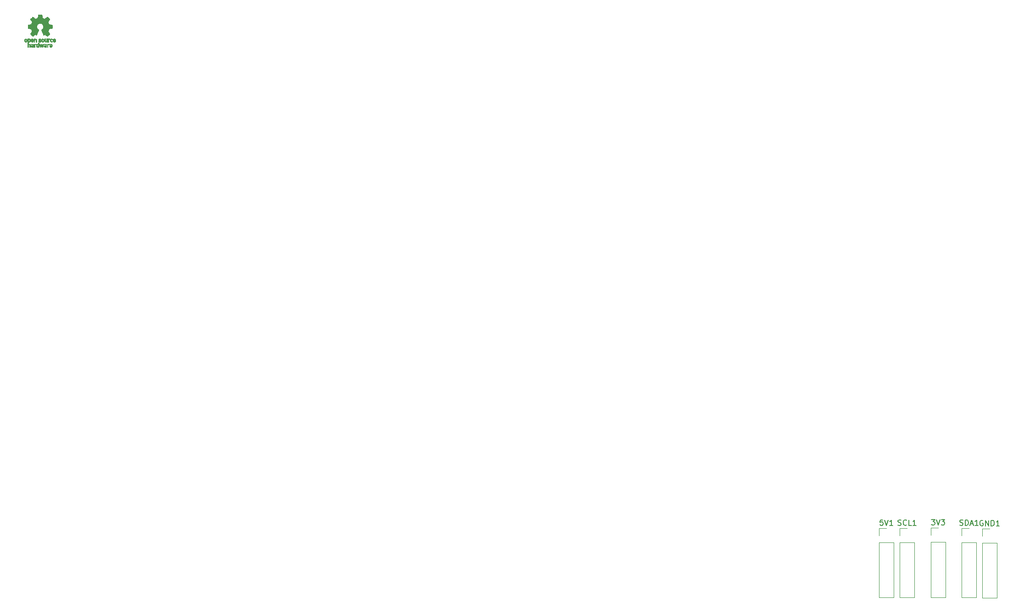
<source format=gbr>
%TF.GenerationSoftware,KiCad,Pcbnew,(5.1.12-1-10_14)*%
%TF.CreationDate,2021-12-01T15:33:27-08:00*%
%TF.ProjectId,i2c_header_x5,6932635f-6865-4616-9465-725f78352e6b,rev?*%
%TF.SameCoordinates,Original*%
%TF.FileFunction,Legend,Top*%
%TF.FilePolarity,Positive*%
%FSLAX46Y46*%
G04 Gerber Fmt 4.6, Leading zero omitted, Abs format (unit mm)*
G04 Created by KiCad (PCBNEW (5.1.12-1-10_14)) date 2021-12-01 15:33:27*
%MOMM*%
%LPD*%
G01*
G04 APERTURE LIST*
%ADD10C,0.010000*%
%ADD11C,0.120000*%
%ADD12C,0.150000*%
G04 APERTURE END LIST*
D10*
%TO.C,REF\u002A\u002A*%
G36*
X376964Y2709982D02*
G01*
X433812Y2408430D01*
X853338Y2235488D01*
X1104984Y2406605D01*
X1175458Y2454250D01*
X1239163Y2496790D01*
X1293126Y2532285D01*
X1334373Y2558790D01*
X1359934Y2574364D01*
X1366895Y2577722D01*
X1379435Y2569086D01*
X1406231Y2545208D01*
X1444280Y2509141D01*
X1490579Y2463933D01*
X1542123Y2412636D01*
X1595909Y2358299D01*
X1648935Y2303972D01*
X1698195Y2252705D01*
X1740687Y2207549D01*
X1773407Y2171554D01*
X1793351Y2147770D01*
X1798119Y2139810D01*
X1791257Y2125135D01*
X1772020Y2092986D01*
X1742430Y2046508D01*
X1704510Y1988844D01*
X1660282Y1923140D01*
X1634654Y1885664D01*
X1587941Y1817232D01*
X1546432Y1755480D01*
X1512140Y1703481D01*
X1487080Y1664308D01*
X1473264Y1641035D01*
X1471188Y1636145D01*
X1475895Y1622245D01*
X1488723Y1589850D01*
X1507738Y1543515D01*
X1531003Y1487794D01*
X1556584Y1427242D01*
X1582545Y1366414D01*
X1606950Y1309864D01*
X1627863Y1262148D01*
X1643349Y1227819D01*
X1651472Y1211432D01*
X1651952Y1210788D01*
X1664707Y1207659D01*
X1698677Y1200679D01*
X1750340Y1190533D01*
X1816176Y1177908D01*
X1892664Y1163491D01*
X1937290Y1155177D01*
X2019021Y1139616D01*
X2092843Y1124808D01*
X2155021Y1111564D01*
X2201822Y1100695D01*
X2229509Y1093011D01*
X2235074Y1090573D01*
X2240526Y1074070D01*
X2244924Y1036800D01*
X2248272Y983120D01*
X2250574Y917388D01*
X2251832Y843963D01*
X2252048Y767204D01*
X2251227Y691468D01*
X2249371Y621114D01*
X2246482Y560500D01*
X2242565Y513984D01*
X2237622Y485925D01*
X2234657Y480084D01*
X2216934Y473083D01*
X2179381Y463073D01*
X2126964Y451231D01*
X2064652Y438733D01*
X2042900Y434690D01*
X1938024Y415480D01*
X1855180Y400009D01*
X1791630Y387663D01*
X1744637Y377827D01*
X1711463Y369886D01*
X1689371Y363224D01*
X1675624Y357227D01*
X1667484Y351281D01*
X1666345Y350106D01*
X1654977Y331174D01*
X1637635Y294331D01*
X1616050Y244087D01*
X1591954Y184954D01*
X1567079Y121444D01*
X1543157Y58068D01*
X1521919Y-662D01*
X1505097Y-50235D01*
X1494422Y-86139D01*
X1491627Y-103862D01*
X1491860Y-104483D01*
X1501331Y-118970D01*
X1522818Y-150844D01*
X1554063Y-196789D01*
X1592807Y-253485D01*
X1636793Y-317617D01*
X1649319Y-335842D01*
X1693984Y-401914D01*
X1733288Y-462200D01*
X1765088Y-513235D01*
X1787245Y-551560D01*
X1797617Y-573711D01*
X1798119Y-576432D01*
X1789405Y-590736D01*
X1765325Y-619072D01*
X1728976Y-658396D01*
X1683453Y-705661D01*
X1631852Y-757823D01*
X1577267Y-811835D01*
X1522794Y-864653D01*
X1471529Y-913231D01*
X1426567Y-954523D01*
X1391004Y-985485D01*
X1367935Y-1003070D01*
X1361554Y-1005941D01*
X1346699Y-999178D01*
X1316286Y-980939D01*
X1275268Y-954297D01*
X1243709Y-932852D01*
X1186525Y-893503D01*
X1118806Y-847171D01*
X1050880Y-800913D01*
X1014361Y-776155D01*
X890752Y-692547D01*
X786991Y-748650D01*
X739720Y-773228D01*
X699523Y-792331D01*
X672326Y-803227D01*
X665402Y-804743D01*
X657077Y-793549D01*
X640654Y-761917D01*
X617357Y-712765D01*
X588414Y-649010D01*
X555050Y-573571D01*
X518491Y-489364D01*
X479964Y-399308D01*
X440694Y-306321D01*
X401908Y-213320D01*
X364830Y-123223D01*
X330689Y-38948D01*
X300708Y36587D01*
X276116Y100466D01*
X258136Y149769D01*
X247997Y181579D01*
X246366Y192504D01*
X259291Y206439D01*
X287589Y229060D01*
X325346Y255667D01*
X328515Y257772D01*
X426100Y335886D01*
X504786Y427018D01*
X563891Y528255D01*
X602732Y636682D01*
X620628Y749386D01*
X616897Y863452D01*
X590857Y975966D01*
X541825Y1084015D01*
X527400Y1107655D01*
X452369Y1203113D01*
X363730Y1279768D01*
X264549Y1337220D01*
X157895Y1375071D01*
X46836Y1392922D01*
X-65561Y1390375D01*
X-176227Y1367030D01*
X-282094Y1322490D01*
X-380095Y1256355D01*
X-410410Y1229513D01*
X-487562Y1145488D01*
X-543782Y1057034D01*
X-582347Y957885D01*
X-603826Y859697D01*
X-609128Y749303D01*
X-591448Y638360D01*
X-552581Y530619D01*
X-494323Y429831D01*
X-418469Y339744D01*
X-326817Y264108D01*
X-314772Y256136D01*
X-276611Y230026D01*
X-247601Y207405D01*
X-233732Y192961D01*
X-233531Y192504D01*
X-236508Y176879D01*
X-248311Y141418D01*
X-267714Y89038D01*
X-293488Y22655D01*
X-324409Y-54814D01*
X-359249Y-140450D01*
X-396783Y-231337D01*
X-435783Y-324559D01*
X-475023Y-417197D01*
X-513276Y-506335D01*
X-549317Y-589055D01*
X-581917Y-662441D01*
X-609852Y-723575D01*
X-631895Y-769541D01*
X-646818Y-797421D01*
X-652828Y-804743D01*
X-671191Y-799041D01*
X-705552Y-783749D01*
X-749984Y-761599D01*
X-774417Y-748650D01*
X-878178Y-692547D01*
X-1001787Y-776155D01*
X-1064886Y-818987D01*
X-1133970Y-866122D01*
X-1198707Y-910503D01*
X-1231134Y-932852D01*
X-1276741Y-963477D01*
X-1315360Y-987747D01*
X-1341952Y-1002587D01*
X-1350590Y-1005724D01*
X-1363161Y-997261D01*
X-1390984Y-973636D01*
X-1431361Y-937302D01*
X-1481595Y-890711D01*
X-1538988Y-836317D01*
X-1575286Y-801392D01*
X-1638790Y-738996D01*
X-1693673Y-683188D01*
X-1737714Y-636354D01*
X-1768695Y-600882D01*
X-1784398Y-579161D01*
X-1785905Y-574752D01*
X-1778914Y-557985D01*
X-1759594Y-524082D01*
X-1730091Y-476476D01*
X-1692545Y-418599D01*
X-1649100Y-353884D01*
X-1636745Y-335842D01*
X-1591727Y-270267D01*
X-1551340Y-211228D01*
X-1517840Y-162042D01*
X-1493486Y-126028D01*
X-1480536Y-106502D01*
X-1479285Y-104483D01*
X-1481156Y-88922D01*
X-1491087Y-54709D01*
X-1507347Y-6355D01*
X-1528205Y51629D01*
X-1551927Y114730D01*
X-1576784Y178437D01*
X-1601042Y238239D01*
X-1622971Y289624D01*
X-1640838Y328081D01*
X-1652913Y349098D01*
X-1653771Y350106D01*
X-1661154Y356112D01*
X-1673625Y362052D01*
X-1693920Y368540D01*
X-1724778Y376191D01*
X-1768934Y385620D01*
X-1829126Y397441D01*
X-1908093Y412271D01*
X-2008570Y430723D01*
X-2030325Y434690D01*
X-2094802Y447147D01*
X-2151011Y459334D01*
X-2193987Y470074D01*
X-2218760Y478191D01*
X-2222082Y480084D01*
X-2227556Y496862D01*
X-2232006Y534355D01*
X-2235428Y588206D01*
X-2237819Y654056D01*
X-2239177Y727547D01*
X-2239499Y804320D01*
X-2238781Y880017D01*
X-2237021Y950280D01*
X-2234216Y1010750D01*
X-2230362Y1057070D01*
X-2225457Y1084881D01*
X-2222500Y1090573D01*
X-2206037Y1096314D01*
X-2168551Y1105655D01*
X-2113775Y1117785D01*
X-2045445Y1131893D01*
X-1967294Y1147170D01*
X-1924716Y1155177D01*
X-1843929Y1170279D01*
X-1771887Y1183960D01*
X-1712111Y1195533D01*
X-1668121Y1204313D01*
X-1643439Y1209613D01*
X-1639377Y1210788D01*
X-1632511Y1224035D01*
X-1617998Y1255943D01*
X-1597771Y1301953D01*
X-1573766Y1357508D01*
X-1547918Y1418047D01*
X-1522160Y1479014D01*
X-1498427Y1535849D01*
X-1478654Y1583994D01*
X-1464776Y1618890D01*
X-1458726Y1635979D01*
X-1458614Y1636726D01*
X-1465472Y1650207D01*
X-1484698Y1681230D01*
X-1514272Y1726711D01*
X-1552173Y1783568D01*
X-1596380Y1848717D01*
X-1622079Y1886138D01*
X-1668907Y1954753D01*
X-1710499Y2017048D01*
X-1744825Y2069871D01*
X-1769857Y2110073D01*
X-1783565Y2134500D01*
X-1785544Y2139976D01*
X-1777034Y2152722D01*
X-1753507Y2179937D01*
X-1717968Y2218572D01*
X-1673423Y2265577D01*
X-1622877Y2317905D01*
X-1569336Y2372505D01*
X-1515805Y2426330D01*
X-1465289Y2476330D01*
X-1420794Y2519457D01*
X-1385325Y2552661D01*
X-1361887Y2572894D01*
X-1354046Y2577722D01*
X-1341280Y2570933D01*
X-1310744Y2551858D01*
X-1265410Y2522439D01*
X-1208244Y2484619D01*
X-1142216Y2440339D01*
X-1092410Y2406605D01*
X-840764Y2235488D01*
X-631001Y2321959D01*
X-421237Y2408430D01*
X-364389Y2709982D01*
X-307540Y3011534D01*
X320115Y3011534D01*
X376964Y2709982D01*
G37*
X376964Y2709982D02*
X433812Y2408430D01*
X853338Y2235488D01*
X1104984Y2406605D01*
X1175458Y2454250D01*
X1239163Y2496790D01*
X1293126Y2532285D01*
X1334373Y2558790D01*
X1359934Y2574364D01*
X1366895Y2577722D01*
X1379435Y2569086D01*
X1406231Y2545208D01*
X1444280Y2509141D01*
X1490579Y2463933D01*
X1542123Y2412636D01*
X1595909Y2358299D01*
X1648935Y2303972D01*
X1698195Y2252705D01*
X1740687Y2207549D01*
X1773407Y2171554D01*
X1793351Y2147770D01*
X1798119Y2139810D01*
X1791257Y2125135D01*
X1772020Y2092986D01*
X1742430Y2046508D01*
X1704510Y1988844D01*
X1660282Y1923140D01*
X1634654Y1885664D01*
X1587941Y1817232D01*
X1546432Y1755480D01*
X1512140Y1703481D01*
X1487080Y1664308D01*
X1473264Y1641035D01*
X1471188Y1636145D01*
X1475895Y1622245D01*
X1488723Y1589850D01*
X1507738Y1543515D01*
X1531003Y1487794D01*
X1556584Y1427242D01*
X1582545Y1366414D01*
X1606950Y1309864D01*
X1627863Y1262148D01*
X1643349Y1227819D01*
X1651472Y1211432D01*
X1651952Y1210788D01*
X1664707Y1207659D01*
X1698677Y1200679D01*
X1750340Y1190533D01*
X1816176Y1177908D01*
X1892664Y1163491D01*
X1937290Y1155177D01*
X2019021Y1139616D01*
X2092843Y1124808D01*
X2155021Y1111564D01*
X2201822Y1100695D01*
X2229509Y1093011D01*
X2235074Y1090573D01*
X2240526Y1074070D01*
X2244924Y1036800D01*
X2248272Y983120D01*
X2250574Y917388D01*
X2251832Y843963D01*
X2252048Y767204D01*
X2251227Y691468D01*
X2249371Y621114D01*
X2246482Y560500D01*
X2242565Y513984D01*
X2237622Y485925D01*
X2234657Y480084D01*
X2216934Y473083D01*
X2179381Y463073D01*
X2126964Y451231D01*
X2064652Y438733D01*
X2042900Y434690D01*
X1938024Y415480D01*
X1855180Y400009D01*
X1791630Y387663D01*
X1744637Y377827D01*
X1711463Y369886D01*
X1689371Y363224D01*
X1675624Y357227D01*
X1667484Y351281D01*
X1666345Y350106D01*
X1654977Y331174D01*
X1637635Y294331D01*
X1616050Y244087D01*
X1591954Y184954D01*
X1567079Y121444D01*
X1543157Y58068D01*
X1521919Y-662D01*
X1505097Y-50235D01*
X1494422Y-86139D01*
X1491627Y-103862D01*
X1491860Y-104483D01*
X1501331Y-118970D01*
X1522818Y-150844D01*
X1554063Y-196789D01*
X1592807Y-253485D01*
X1636793Y-317617D01*
X1649319Y-335842D01*
X1693984Y-401914D01*
X1733288Y-462200D01*
X1765088Y-513235D01*
X1787245Y-551560D01*
X1797617Y-573711D01*
X1798119Y-576432D01*
X1789405Y-590736D01*
X1765325Y-619072D01*
X1728976Y-658396D01*
X1683453Y-705661D01*
X1631852Y-757823D01*
X1577267Y-811835D01*
X1522794Y-864653D01*
X1471529Y-913231D01*
X1426567Y-954523D01*
X1391004Y-985485D01*
X1367935Y-1003070D01*
X1361554Y-1005941D01*
X1346699Y-999178D01*
X1316286Y-980939D01*
X1275268Y-954297D01*
X1243709Y-932852D01*
X1186525Y-893503D01*
X1118806Y-847171D01*
X1050880Y-800913D01*
X1014361Y-776155D01*
X890752Y-692547D01*
X786991Y-748650D01*
X739720Y-773228D01*
X699523Y-792331D01*
X672326Y-803227D01*
X665402Y-804743D01*
X657077Y-793549D01*
X640654Y-761917D01*
X617357Y-712765D01*
X588414Y-649010D01*
X555050Y-573571D01*
X518491Y-489364D01*
X479964Y-399308D01*
X440694Y-306321D01*
X401908Y-213320D01*
X364830Y-123223D01*
X330689Y-38948D01*
X300708Y36587D01*
X276116Y100466D01*
X258136Y149769D01*
X247997Y181579D01*
X246366Y192504D01*
X259291Y206439D01*
X287589Y229060D01*
X325346Y255667D01*
X328515Y257772D01*
X426100Y335886D01*
X504786Y427018D01*
X563891Y528255D01*
X602732Y636682D01*
X620628Y749386D01*
X616897Y863452D01*
X590857Y975966D01*
X541825Y1084015D01*
X527400Y1107655D01*
X452369Y1203113D01*
X363730Y1279768D01*
X264549Y1337220D01*
X157895Y1375071D01*
X46836Y1392922D01*
X-65561Y1390375D01*
X-176227Y1367030D01*
X-282094Y1322490D01*
X-380095Y1256355D01*
X-410410Y1229513D01*
X-487562Y1145488D01*
X-543782Y1057034D01*
X-582347Y957885D01*
X-603826Y859697D01*
X-609128Y749303D01*
X-591448Y638360D01*
X-552581Y530619D01*
X-494323Y429831D01*
X-418469Y339744D01*
X-326817Y264108D01*
X-314772Y256136D01*
X-276611Y230026D01*
X-247601Y207405D01*
X-233732Y192961D01*
X-233531Y192504D01*
X-236508Y176879D01*
X-248311Y141418D01*
X-267714Y89038D01*
X-293488Y22655D01*
X-324409Y-54814D01*
X-359249Y-140450D01*
X-396783Y-231337D01*
X-435783Y-324559D01*
X-475023Y-417197D01*
X-513276Y-506335D01*
X-549317Y-589055D01*
X-581917Y-662441D01*
X-609852Y-723575D01*
X-631895Y-769541D01*
X-646818Y-797421D01*
X-652828Y-804743D01*
X-671191Y-799041D01*
X-705552Y-783749D01*
X-749984Y-761599D01*
X-774417Y-748650D01*
X-878178Y-692547D01*
X-1001787Y-776155D01*
X-1064886Y-818987D01*
X-1133970Y-866122D01*
X-1198707Y-910503D01*
X-1231134Y-932852D01*
X-1276741Y-963477D01*
X-1315360Y-987747D01*
X-1341952Y-1002587D01*
X-1350590Y-1005724D01*
X-1363161Y-997261D01*
X-1390984Y-973636D01*
X-1431361Y-937302D01*
X-1481595Y-890711D01*
X-1538988Y-836317D01*
X-1575286Y-801392D01*
X-1638790Y-738996D01*
X-1693673Y-683188D01*
X-1737714Y-636354D01*
X-1768695Y-600882D01*
X-1784398Y-579161D01*
X-1785905Y-574752D01*
X-1778914Y-557985D01*
X-1759594Y-524082D01*
X-1730091Y-476476D01*
X-1692545Y-418599D01*
X-1649100Y-353884D01*
X-1636745Y-335842D01*
X-1591727Y-270267D01*
X-1551340Y-211228D01*
X-1517840Y-162042D01*
X-1493486Y-126028D01*
X-1480536Y-106502D01*
X-1479285Y-104483D01*
X-1481156Y-88922D01*
X-1491087Y-54709D01*
X-1507347Y-6355D01*
X-1528205Y51629D01*
X-1551927Y114730D01*
X-1576784Y178437D01*
X-1601042Y238239D01*
X-1622971Y289624D01*
X-1640838Y328081D01*
X-1652913Y349098D01*
X-1653771Y350106D01*
X-1661154Y356112D01*
X-1673625Y362052D01*
X-1693920Y368540D01*
X-1724778Y376191D01*
X-1768934Y385620D01*
X-1829126Y397441D01*
X-1908093Y412271D01*
X-2008570Y430723D01*
X-2030325Y434690D01*
X-2094802Y447147D01*
X-2151011Y459334D01*
X-2193987Y470074D01*
X-2218760Y478191D01*
X-2222082Y480084D01*
X-2227556Y496862D01*
X-2232006Y534355D01*
X-2235428Y588206D01*
X-2237819Y654056D01*
X-2239177Y727547D01*
X-2239499Y804320D01*
X-2238781Y880017D01*
X-2237021Y950280D01*
X-2234216Y1010750D01*
X-2230362Y1057070D01*
X-2225457Y1084881D01*
X-2222500Y1090573D01*
X-2206037Y1096314D01*
X-2168551Y1105655D01*
X-2113775Y1117785D01*
X-2045445Y1131893D01*
X-1967294Y1147170D01*
X-1924716Y1155177D01*
X-1843929Y1170279D01*
X-1771887Y1183960D01*
X-1712111Y1195533D01*
X-1668121Y1204313D01*
X-1643439Y1209613D01*
X-1639377Y1210788D01*
X-1632511Y1224035D01*
X-1617998Y1255943D01*
X-1597771Y1301953D01*
X-1573766Y1357508D01*
X-1547918Y1418047D01*
X-1522160Y1479014D01*
X-1498427Y1535849D01*
X-1478654Y1583994D01*
X-1464776Y1618890D01*
X-1458726Y1635979D01*
X-1458614Y1636726D01*
X-1465472Y1650207D01*
X-1484698Y1681230D01*
X-1514272Y1726711D01*
X-1552173Y1783568D01*
X-1596380Y1848717D01*
X-1622079Y1886138D01*
X-1668907Y1954753D01*
X-1710499Y2017048D01*
X-1744825Y2069871D01*
X-1769857Y2110073D01*
X-1783565Y2134500D01*
X-1785544Y2139976D01*
X-1777034Y2152722D01*
X-1753507Y2179937D01*
X-1717968Y2218572D01*
X-1673423Y2265577D01*
X-1622877Y2317905D01*
X-1569336Y2372505D01*
X-1515805Y2426330D01*
X-1465289Y2476330D01*
X-1420794Y2519457D01*
X-1385325Y2552661D01*
X-1361887Y2572894D01*
X-1354046Y2577722D01*
X-1341280Y2570933D01*
X-1310744Y2551858D01*
X-1265410Y2522439D01*
X-1208244Y2484619D01*
X-1142216Y2440339D01*
X-1092410Y2406605D01*
X-840764Y2235488D01*
X-631001Y2321959D01*
X-421237Y2408430D01*
X-364389Y2709982D01*
X-307540Y3011534D01*
X320115Y3011534D01*
X376964Y2709982D01*
G36*
X1799460Y-1458030D02*
G01*
X1842711Y-1471245D01*
X1870558Y-1487941D01*
X1879629Y-1501145D01*
X1877132Y-1516797D01*
X1860931Y-1541385D01*
X1847232Y-1558800D01*
X1818992Y-1590283D01*
X1797775Y-1603529D01*
X1779688Y-1602664D01*
X1726035Y-1589010D01*
X1686630Y-1589630D01*
X1654632Y-1605104D01*
X1643890Y-1614161D01*
X1609505Y-1646027D01*
X1609505Y-2062179D01*
X1471188Y-2062179D01*
X1471188Y-1458614D01*
X1540347Y-1458614D01*
X1581869Y-1460256D01*
X1603291Y-1466087D01*
X1609502Y-1477461D01*
X1609505Y-1477798D01*
X1612439Y-1489713D01*
X1625704Y-1488159D01*
X1644084Y-1479563D01*
X1682046Y-1463568D01*
X1712872Y-1453945D01*
X1752536Y-1451478D01*
X1799460Y-1458030D01*
G37*
X1799460Y-1458030D02*
X1842711Y-1471245D01*
X1870558Y-1487941D01*
X1879629Y-1501145D01*
X1877132Y-1516797D01*
X1860931Y-1541385D01*
X1847232Y-1558800D01*
X1818992Y-1590283D01*
X1797775Y-1603529D01*
X1779688Y-1602664D01*
X1726035Y-1589010D01*
X1686630Y-1589630D01*
X1654632Y-1605104D01*
X1643890Y-1614161D01*
X1609505Y-1646027D01*
X1609505Y-2062179D01*
X1471188Y-2062179D01*
X1471188Y-1458614D01*
X1540347Y-1458614D01*
X1581869Y-1460256D01*
X1603291Y-1466087D01*
X1609502Y-1477461D01*
X1609505Y-1477798D01*
X1612439Y-1489713D01*
X1625704Y-1488159D01*
X1644084Y-1479563D01*
X1682046Y-1463568D01*
X1712872Y-1453945D01*
X1752536Y-1451478D01*
X1799460Y-1458030D01*
G36*
X-754012Y-1469002D02*
G01*
X-722717Y-1483950D01*
X-692409Y-1505541D01*
X-669318Y-1530391D01*
X-652500Y-1562087D01*
X-641006Y-1604214D01*
X-633891Y-1660358D01*
X-630207Y-1734106D01*
X-629008Y-1829044D01*
X-628989Y-1838985D01*
X-628713Y-2062179D01*
X-767030Y-2062179D01*
X-767030Y-1856418D01*
X-767128Y-1780189D01*
X-767809Y-1724939D01*
X-769651Y-1686501D01*
X-773233Y-1660706D01*
X-779132Y-1643384D01*
X-787927Y-1630368D01*
X-800180Y-1617507D01*
X-843047Y-1589873D01*
X-889843Y-1584745D01*
X-934424Y-1602217D01*
X-949928Y-1615221D01*
X-961310Y-1627447D01*
X-969481Y-1640540D01*
X-974974Y-1658615D01*
X-978320Y-1685787D01*
X-980051Y-1726170D01*
X-980697Y-1783879D01*
X-980792Y-1854132D01*
X-980792Y-2062179D01*
X-1119109Y-2062179D01*
X-1119109Y-1458614D01*
X-1049950Y-1458614D01*
X-1008428Y-1460256D01*
X-987006Y-1466087D01*
X-980795Y-1477461D01*
X-980792Y-1477798D01*
X-977910Y-1488938D01*
X-965199Y-1487674D01*
X-939926Y-1475434D01*
X-882605Y-1457424D01*
X-817037Y-1455421D01*
X-754012Y-1469002D01*
G37*
X-754012Y-1469002D02*
X-722717Y-1483950D01*
X-692409Y-1505541D01*
X-669318Y-1530391D01*
X-652500Y-1562087D01*
X-641006Y-1604214D01*
X-633891Y-1660358D01*
X-630207Y-1734106D01*
X-629008Y-1829044D01*
X-628989Y-1838985D01*
X-628713Y-2062179D01*
X-767030Y-2062179D01*
X-767030Y-1856418D01*
X-767128Y-1780189D01*
X-767809Y-1724939D01*
X-769651Y-1686501D01*
X-773233Y-1660706D01*
X-779132Y-1643384D01*
X-787927Y-1630368D01*
X-800180Y-1617507D01*
X-843047Y-1589873D01*
X-889843Y-1584745D01*
X-934424Y-1602217D01*
X-949928Y-1615221D01*
X-961310Y-1627447D01*
X-969481Y-1640540D01*
X-974974Y-1658615D01*
X-978320Y-1685787D01*
X-980051Y-1726170D01*
X-980697Y-1783879D01*
X-980792Y-1854132D01*
X-980792Y-2062179D01*
X-1119109Y-2062179D01*
X-1119109Y-1458614D01*
X-1049950Y-1458614D01*
X-1008428Y-1460256D01*
X-987006Y-1466087D01*
X-980795Y-1477461D01*
X-980792Y-1477798D01*
X-977910Y-1488938D01*
X-965199Y-1487674D01*
X-939926Y-1475434D01*
X-882605Y-1457424D01*
X-817037Y-1455421D01*
X-754012Y-1469002D01*
G36*
X2677898Y-1456457D02*
G01*
X2710096Y-1464279D01*
X2771825Y-1492921D01*
X2824610Y-1536667D01*
X2861141Y-1589117D01*
X2866160Y-1600893D01*
X2873045Y-1631740D01*
X2877864Y-1677371D01*
X2879505Y-1723492D01*
X2879505Y-1810693D01*
X2697178Y-1810693D01*
X2621979Y-1810978D01*
X2569003Y-1812704D01*
X2535325Y-1817181D01*
X2518020Y-1825720D01*
X2514163Y-1839630D01*
X2520829Y-1860222D01*
X2532770Y-1884315D01*
X2566080Y-1924525D01*
X2612368Y-1944558D01*
X2668944Y-1943905D01*
X2733031Y-1922101D01*
X2788417Y-1895193D01*
X2834375Y-1931532D01*
X2880333Y-1967872D01*
X2837096Y-2007819D01*
X2779374Y-2045563D01*
X2708386Y-2068320D01*
X2632029Y-2074688D01*
X2558199Y-2063268D01*
X2546287Y-2059393D01*
X2481399Y-2025506D01*
X2433130Y-1974986D01*
X2400465Y-1906325D01*
X2382385Y-1818014D01*
X2382175Y-1816121D01*
X2380556Y-1719878D01*
X2387100Y-1685542D01*
X2514852Y-1685542D01*
X2526584Y-1690822D01*
X2558438Y-1694867D01*
X2605397Y-1697176D01*
X2635154Y-1697525D01*
X2690648Y-1697306D01*
X2725346Y-1695916D01*
X2743601Y-1692251D01*
X2749766Y-1685210D01*
X2748195Y-1673690D01*
X2746878Y-1669233D01*
X2724382Y-1627355D01*
X2689003Y-1593604D01*
X2657780Y-1578773D01*
X2616301Y-1579668D01*
X2574269Y-1598164D01*
X2539012Y-1628786D01*
X2517854Y-1666062D01*
X2514852Y-1685542D01*
X2387100Y-1685542D01*
X2396690Y-1635229D01*
X2428698Y-1564191D01*
X2474701Y-1508779D01*
X2532821Y-1471009D01*
X2601180Y-1452896D01*
X2677898Y-1456457D01*
G37*
X2677898Y-1456457D02*
X2710096Y-1464279D01*
X2771825Y-1492921D01*
X2824610Y-1536667D01*
X2861141Y-1589117D01*
X2866160Y-1600893D01*
X2873045Y-1631740D01*
X2877864Y-1677371D01*
X2879505Y-1723492D01*
X2879505Y-1810693D01*
X2697178Y-1810693D01*
X2621979Y-1810978D01*
X2569003Y-1812704D01*
X2535325Y-1817181D01*
X2518020Y-1825720D01*
X2514163Y-1839630D01*
X2520829Y-1860222D01*
X2532770Y-1884315D01*
X2566080Y-1924525D01*
X2612368Y-1944558D01*
X2668944Y-1943905D01*
X2733031Y-1922101D01*
X2788417Y-1895193D01*
X2834375Y-1931532D01*
X2880333Y-1967872D01*
X2837096Y-2007819D01*
X2779374Y-2045563D01*
X2708386Y-2068320D01*
X2632029Y-2074688D01*
X2558199Y-2063268D01*
X2546287Y-2059393D01*
X2481399Y-2025506D01*
X2433130Y-1974986D01*
X2400465Y-1906325D01*
X2382385Y-1818014D01*
X2382175Y-1816121D01*
X2380556Y-1719878D01*
X2387100Y-1685542D01*
X2514852Y-1685542D01*
X2526584Y-1690822D01*
X2558438Y-1694867D01*
X2605397Y-1697176D01*
X2635154Y-1697525D01*
X2690648Y-1697306D01*
X2725346Y-1695916D01*
X2743601Y-1692251D01*
X2749766Y-1685210D01*
X2748195Y-1673690D01*
X2746878Y-1669233D01*
X2724382Y-1627355D01*
X2689003Y-1593604D01*
X2657780Y-1578773D01*
X2616301Y-1579668D01*
X2574269Y-1598164D01*
X2539012Y-1628786D01*
X2517854Y-1666062D01*
X2514852Y-1685542D01*
X2387100Y-1685542D01*
X2396690Y-1635229D01*
X2428698Y-1564191D01*
X2474701Y-1508779D01*
X2532821Y-1471009D01*
X2601180Y-1452896D01*
X2677898Y-1456457D01*
G36*
X2217226Y-1463880D02*
G01*
X2290080Y-1494830D01*
X2313027Y-1509895D01*
X2342354Y-1533048D01*
X2360764Y-1551253D01*
X2363961Y-1557183D01*
X2354935Y-1570340D01*
X2331837Y-1592667D01*
X2313344Y-1608250D01*
X2262728Y-1648926D01*
X2222760Y-1615295D01*
X2191874Y-1593584D01*
X2161759Y-1586090D01*
X2127292Y-1587920D01*
X2072561Y-1601528D01*
X2034886Y-1629772D01*
X2011991Y-1675433D01*
X2001597Y-1741289D01*
X2001595Y-1741331D01*
X2002494Y-1814939D01*
X2016463Y-1868946D01*
X2044328Y-1905716D01*
X2063325Y-1918168D01*
X2113776Y-1933673D01*
X2167663Y-1933683D01*
X2214546Y-1918638D01*
X2225644Y-1911287D01*
X2253476Y-1892511D01*
X2275236Y-1889434D01*
X2298704Y-1903409D01*
X2324649Y-1928510D01*
X2365716Y-1970880D01*
X2320121Y-2008464D01*
X2249674Y-2050882D01*
X2170233Y-2071785D01*
X2087215Y-2070272D01*
X2032694Y-2056411D01*
X1968970Y-2022135D01*
X1918005Y-1968212D01*
X1894851Y-1930149D01*
X1876099Y-1875536D01*
X1866715Y-1806369D01*
X1866643Y-1731407D01*
X1875824Y-1659409D01*
X1894199Y-1599137D01*
X1897093Y-1592958D01*
X1939952Y-1532351D01*
X1997979Y-1488224D01*
X2066591Y-1461493D01*
X2141201Y-1453073D01*
X2217226Y-1463880D01*
G37*
X2217226Y-1463880D02*
X2290080Y-1494830D01*
X2313027Y-1509895D01*
X2342354Y-1533048D01*
X2360764Y-1551253D01*
X2363961Y-1557183D01*
X2354935Y-1570340D01*
X2331837Y-1592667D01*
X2313344Y-1608250D01*
X2262728Y-1648926D01*
X2222760Y-1615295D01*
X2191874Y-1593584D01*
X2161759Y-1586090D01*
X2127292Y-1587920D01*
X2072561Y-1601528D01*
X2034886Y-1629772D01*
X2011991Y-1675433D01*
X2001597Y-1741289D01*
X2001595Y-1741331D01*
X2002494Y-1814939D01*
X2016463Y-1868946D01*
X2044328Y-1905716D01*
X2063325Y-1918168D01*
X2113776Y-1933673D01*
X2167663Y-1933683D01*
X2214546Y-1918638D01*
X2225644Y-1911287D01*
X2253476Y-1892511D01*
X2275236Y-1889434D01*
X2298704Y-1903409D01*
X2324649Y-1928510D01*
X2365716Y-1970880D01*
X2320121Y-2008464D01*
X2249674Y-2050882D01*
X2170233Y-2071785D01*
X2087215Y-2070272D01*
X2032694Y-2056411D01*
X1968970Y-2022135D01*
X1918005Y-1968212D01*
X1894851Y-1930149D01*
X1876099Y-1875536D01*
X1866715Y-1806369D01*
X1866643Y-1731407D01*
X1875824Y-1659409D01*
X1894199Y-1599137D01*
X1897093Y-1592958D01*
X1939952Y-1532351D01*
X1997979Y-1488224D01*
X2066591Y-1461493D01*
X2141201Y-1453073D01*
X2217226Y-1463880D01*
G36*
X993367Y-1654342D02*
G01*
X994555Y-1746563D01*
X998897Y-1816610D01*
X1007558Y-1867381D01*
X1021704Y-1901772D01*
X1042500Y-1922679D01*
X1071110Y-1933000D01*
X1106535Y-1935636D01*
X1143636Y-1932682D01*
X1171818Y-1921889D01*
X1192243Y-1900360D01*
X1206079Y-1865199D01*
X1214491Y-1813510D01*
X1218643Y-1742394D01*
X1219703Y-1654342D01*
X1219703Y-1458614D01*
X1358020Y-1458614D01*
X1358020Y-2062179D01*
X1288862Y-2062179D01*
X1247170Y-2060489D01*
X1225701Y-2054556D01*
X1219703Y-2043293D01*
X1216091Y-2033261D01*
X1201714Y-2035383D01*
X1172736Y-2049580D01*
X1106319Y-2071480D01*
X1035875Y-2069928D01*
X968377Y-2046147D01*
X936233Y-2027362D01*
X911715Y-2007022D01*
X893804Y-1981573D01*
X881479Y-1947458D01*
X873723Y-1901121D01*
X869516Y-1839007D01*
X867840Y-1757561D01*
X867624Y-1694578D01*
X867624Y-1458614D01*
X993367Y-1458614D01*
X993367Y-1654342D01*
G37*
X993367Y-1654342D02*
X994555Y-1746563D01*
X998897Y-1816610D01*
X1007558Y-1867381D01*
X1021704Y-1901772D01*
X1042500Y-1922679D01*
X1071110Y-1933000D01*
X1106535Y-1935636D01*
X1143636Y-1932682D01*
X1171818Y-1921889D01*
X1192243Y-1900360D01*
X1206079Y-1865199D01*
X1214491Y-1813510D01*
X1218643Y-1742394D01*
X1219703Y-1654342D01*
X1219703Y-1458614D01*
X1358020Y-1458614D01*
X1358020Y-2062179D01*
X1288862Y-2062179D01*
X1247170Y-2060489D01*
X1225701Y-2054556D01*
X1219703Y-2043293D01*
X1216091Y-2033261D01*
X1201714Y-2035383D01*
X1172736Y-2049580D01*
X1106319Y-2071480D01*
X1035875Y-2069928D01*
X968377Y-2046147D01*
X936233Y-2027362D01*
X911715Y-2007022D01*
X893804Y-1981573D01*
X881479Y-1947458D01*
X873723Y-1901121D01*
X869516Y-1839007D01*
X867840Y-1757561D01*
X867624Y-1694578D01*
X867624Y-1458614D01*
X993367Y-1458614D01*
X993367Y-1654342D01*
G36*
X610762Y-1466055D02*
G01*
X674363Y-1500692D01*
X724123Y-1555372D01*
X747568Y-1599842D01*
X757634Y-1639121D01*
X764156Y-1695116D01*
X766951Y-1759621D01*
X765836Y-1824429D01*
X760626Y-1881334D01*
X754541Y-1911727D01*
X734014Y-1953306D01*
X698463Y-1997468D01*
X655619Y-2036087D01*
X613211Y-2061034D01*
X612177Y-2061430D01*
X559553Y-2072331D01*
X497188Y-2072601D01*
X437924Y-2062676D01*
X415040Y-2054722D01*
X356102Y-2021300D01*
X313890Y-1977511D01*
X286156Y-1919538D01*
X270651Y-1843565D01*
X267143Y-1803771D01*
X267590Y-1753766D01*
X402376Y-1753766D01*
X406917Y-1826732D01*
X419986Y-1882334D01*
X440756Y-1917861D01*
X455552Y-1928020D01*
X493464Y-1935104D01*
X538527Y-1933007D01*
X577487Y-1922812D01*
X587704Y-1917204D01*
X614659Y-1884538D01*
X632451Y-1834545D01*
X640024Y-1773705D01*
X636325Y-1708497D01*
X628057Y-1669253D01*
X604320Y-1623805D01*
X566849Y-1595396D01*
X521720Y-1585573D01*
X475011Y-1595887D01*
X439132Y-1621112D01*
X420277Y-1641925D01*
X409272Y-1662439D01*
X404026Y-1690203D01*
X402449Y-1732762D01*
X402376Y-1753766D01*
X267590Y-1753766D01*
X268094Y-1697580D01*
X285388Y-1610501D01*
X319029Y-1542530D01*
X369018Y-1493664D01*
X435356Y-1463899D01*
X449601Y-1460448D01*
X535210Y-1452345D01*
X610762Y-1466055D01*
G37*
X610762Y-1466055D02*
X674363Y-1500692D01*
X724123Y-1555372D01*
X747568Y-1599842D01*
X757634Y-1639121D01*
X764156Y-1695116D01*
X766951Y-1759621D01*
X765836Y-1824429D01*
X760626Y-1881334D01*
X754541Y-1911727D01*
X734014Y-1953306D01*
X698463Y-1997468D01*
X655619Y-2036087D01*
X613211Y-2061034D01*
X612177Y-2061430D01*
X559553Y-2072331D01*
X497188Y-2072601D01*
X437924Y-2062676D01*
X415040Y-2054722D01*
X356102Y-2021300D01*
X313890Y-1977511D01*
X286156Y-1919538D01*
X270651Y-1843565D01*
X267143Y-1803771D01*
X267590Y-1753766D01*
X402376Y-1753766D01*
X406917Y-1826732D01*
X419986Y-1882334D01*
X440756Y-1917861D01*
X455552Y-1928020D01*
X493464Y-1935104D01*
X538527Y-1933007D01*
X577487Y-1922812D01*
X587704Y-1917204D01*
X614659Y-1884538D01*
X632451Y-1834545D01*
X640024Y-1773705D01*
X636325Y-1708497D01*
X628057Y-1669253D01*
X604320Y-1623805D01*
X566849Y-1595396D01*
X521720Y-1585573D01*
X475011Y-1595887D01*
X439132Y-1621112D01*
X420277Y-1641925D01*
X409272Y-1662439D01*
X404026Y-1690203D01*
X402449Y-1732762D01*
X402376Y-1753766D01*
X267590Y-1753766D01*
X268094Y-1697580D01*
X285388Y-1610501D01*
X319029Y-1542530D01*
X369018Y-1493664D01*
X435356Y-1463899D01*
X449601Y-1460448D01*
X535210Y-1452345D01*
X610762Y-1466055D01*
G36*
X14017Y-1456452D02*
G01*
X61634Y-1465482D01*
X111034Y-1484370D01*
X116312Y-1486777D01*
X153774Y-1506476D01*
X179717Y-1524781D01*
X188103Y-1536508D01*
X180117Y-1555632D01*
X160720Y-1583850D01*
X152110Y-1594384D01*
X116628Y-1635847D01*
X70885Y-1608858D01*
X27350Y-1590878D01*
X-22950Y-1581267D01*
X-71188Y-1580660D01*
X-108533Y-1589691D01*
X-117495Y-1595327D01*
X-134563Y-1621171D01*
X-136637Y-1650941D01*
X-123866Y-1674197D01*
X-116312Y-1678708D01*
X-93675Y-1684309D01*
X-53885Y-1690892D01*
X-4834Y-1697183D01*
X4215Y-1698170D01*
X82996Y-1711798D01*
X140136Y-1734946D01*
X178030Y-1769752D01*
X199079Y-1818354D01*
X205635Y-1877718D01*
X196577Y-1945198D01*
X167164Y-1998188D01*
X117278Y-2036783D01*
X46800Y-2061081D01*
X-31435Y-2070667D01*
X-95234Y-2070552D01*
X-146984Y-2061845D01*
X-182327Y-2049825D01*
X-226983Y-2028880D01*
X-268253Y-2004574D01*
X-282921Y-1993876D01*
X-320643Y-1963084D01*
X-275148Y-1917049D01*
X-229653Y-1871013D01*
X-177928Y-1905243D01*
X-126048Y-1930952D01*
X-70649Y-1944399D01*
X-17395Y-1945818D01*
X28049Y-1935443D01*
X60016Y-1913507D01*
X70338Y-1894998D01*
X68789Y-1865314D01*
X43140Y-1842615D01*
X-6540Y-1826940D01*
X-60969Y-1819695D01*
X-144736Y-1805873D01*
X-206967Y-1779796D01*
X-248493Y-1740699D01*
X-270147Y-1687820D01*
X-273147Y-1625126D01*
X-258329Y-1559642D01*
X-224546Y-1510144D01*
X-171495Y-1476408D01*
X-98874Y-1458207D01*
X-45072Y-1454639D01*
X14017Y-1456452D01*
G37*
X14017Y-1456452D02*
X61634Y-1465482D01*
X111034Y-1484370D01*
X116312Y-1486777D01*
X153774Y-1506476D01*
X179717Y-1524781D01*
X188103Y-1536508D01*
X180117Y-1555632D01*
X160720Y-1583850D01*
X152110Y-1594384D01*
X116628Y-1635847D01*
X70885Y-1608858D01*
X27350Y-1590878D01*
X-22950Y-1581267D01*
X-71188Y-1580660D01*
X-108533Y-1589691D01*
X-117495Y-1595327D01*
X-134563Y-1621171D01*
X-136637Y-1650941D01*
X-123866Y-1674197D01*
X-116312Y-1678708D01*
X-93675Y-1684309D01*
X-53885Y-1690892D01*
X-4834Y-1697183D01*
X4215Y-1698170D01*
X82996Y-1711798D01*
X140136Y-1734946D01*
X178030Y-1769752D01*
X199079Y-1818354D01*
X205635Y-1877718D01*
X196577Y-1945198D01*
X167164Y-1998188D01*
X117278Y-2036783D01*
X46800Y-2061081D01*
X-31435Y-2070667D01*
X-95234Y-2070552D01*
X-146984Y-2061845D01*
X-182327Y-2049825D01*
X-226983Y-2028880D01*
X-268253Y-2004574D01*
X-282921Y-1993876D01*
X-320643Y-1963084D01*
X-275148Y-1917049D01*
X-229653Y-1871013D01*
X-177928Y-1905243D01*
X-126048Y-1930952D01*
X-70649Y-1944399D01*
X-17395Y-1945818D01*
X28049Y-1935443D01*
X60016Y-1913507D01*
X70338Y-1894998D01*
X68789Y-1865314D01*
X43140Y-1842615D01*
X-6540Y-1826940D01*
X-60969Y-1819695D01*
X-144736Y-1805873D01*
X-206967Y-1779796D01*
X-248493Y-1740699D01*
X-270147Y-1687820D01*
X-273147Y-1625126D01*
X-258329Y-1559642D01*
X-224546Y-1510144D01*
X-171495Y-1476408D01*
X-98874Y-1458207D01*
X-45072Y-1454639D01*
X14017Y-1456452D01*
G36*
X-1356699Y-1472614D02*
G01*
X-1344168Y-1478514D01*
X-1300799Y-1510283D01*
X-1259790Y-1556646D01*
X-1229168Y-1607696D01*
X-1220459Y-1631166D01*
X-1212512Y-1673091D01*
X-1207774Y-1723757D01*
X-1207199Y-1744679D01*
X-1207129Y-1810693D01*
X-1587083Y-1810693D01*
X-1578983Y-1845273D01*
X-1559104Y-1886170D01*
X-1524347Y-1921514D01*
X-1482998Y-1944282D01*
X-1456649Y-1949010D01*
X-1420916Y-1943273D01*
X-1378282Y-1928882D01*
X-1363799Y-1922262D01*
X-1310240Y-1895513D01*
X-1264533Y-1930376D01*
X-1238158Y-1953955D01*
X-1224124Y-1973417D01*
X-1223414Y-1979129D01*
X-1235951Y-1992973D01*
X-1263428Y-2014012D01*
X-1288366Y-2030425D01*
X-1355664Y-2059930D01*
X-1431110Y-2073284D01*
X-1505888Y-2069812D01*
X-1565495Y-2051663D01*
X-1626941Y-2012784D01*
X-1670608Y-1961595D01*
X-1697926Y-1895367D01*
X-1710322Y-1811371D01*
X-1711421Y-1772936D01*
X-1707022Y-1684861D01*
X-1706482Y-1682299D01*
X-1580582Y-1682299D01*
X-1577115Y-1690558D01*
X-1562863Y-1695113D01*
X-1533470Y-1697065D01*
X-1484575Y-1697517D01*
X-1465748Y-1697525D01*
X-1408467Y-1696843D01*
X-1372141Y-1694364D01*
X-1352604Y-1689443D01*
X-1345690Y-1681434D01*
X-1345445Y-1678862D01*
X-1353336Y-1658423D01*
X-1373085Y-1629789D01*
X-1381575Y-1619763D01*
X-1413094Y-1591408D01*
X-1445949Y-1580259D01*
X-1463651Y-1579327D01*
X-1511539Y-1590981D01*
X-1551699Y-1622285D01*
X-1577173Y-1667752D01*
X-1577625Y-1669233D01*
X-1580582Y-1682299D01*
X-1706482Y-1682299D01*
X-1692392Y-1615510D01*
X-1666038Y-1560025D01*
X-1633807Y-1520639D01*
X-1574217Y-1477931D01*
X-1504168Y-1455109D01*
X-1429661Y-1453046D01*
X-1356699Y-1472614D01*
G37*
X-1356699Y-1472614D02*
X-1344168Y-1478514D01*
X-1300799Y-1510283D01*
X-1259790Y-1556646D01*
X-1229168Y-1607696D01*
X-1220459Y-1631166D01*
X-1212512Y-1673091D01*
X-1207774Y-1723757D01*
X-1207199Y-1744679D01*
X-1207129Y-1810693D01*
X-1587083Y-1810693D01*
X-1578983Y-1845273D01*
X-1559104Y-1886170D01*
X-1524347Y-1921514D01*
X-1482998Y-1944282D01*
X-1456649Y-1949010D01*
X-1420916Y-1943273D01*
X-1378282Y-1928882D01*
X-1363799Y-1922262D01*
X-1310240Y-1895513D01*
X-1264533Y-1930376D01*
X-1238158Y-1953955D01*
X-1224124Y-1973417D01*
X-1223414Y-1979129D01*
X-1235951Y-1992973D01*
X-1263428Y-2014012D01*
X-1288366Y-2030425D01*
X-1355664Y-2059930D01*
X-1431110Y-2073284D01*
X-1505888Y-2069812D01*
X-1565495Y-2051663D01*
X-1626941Y-2012784D01*
X-1670608Y-1961595D01*
X-1697926Y-1895367D01*
X-1710322Y-1811371D01*
X-1711421Y-1772936D01*
X-1707022Y-1684861D01*
X-1706482Y-1682299D01*
X-1580582Y-1682299D01*
X-1577115Y-1690558D01*
X-1562863Y-1695113D01*
X-1533470Y-1697065D01*
X-1484575Y-1697517D01*
X-1465748Y-1697525D01*
X-1408467Y-1696843D01*
X-1372141Y-1694364D01*
X-1352604Y-1689443D01*
X-1345690Y-1681434D01*
X-1345445Y-1678862D01*
X-1353336Y-1658423D01*
X-1373085Y-1629789D01*
X-1381575Y-1619763D01*
X-1413094Y-1591408D01*
X-1445949Y-1580259D01*
X-1463651Y-1579327D01*
X-1511539Y-1590981D01*
X-1551699Y-1622285D01*
X-1577173Y-1667752D01*
X-1577625Y-1669233D01*
X-1580582Y-1682299D01*
X-1706482Y-1682299D01*
X-1692392Y-1615510D01*
X-1666038Y-1560025D01*
X-1633807Y-1520639D01*
X-1574217Y-1477931D01*
X-1504168Y-1455109D01*
X-1429661Y-1453046D01*
X-1356699Y-1472614D01*
G36*
X-2538261Y-1465148D02*
G01*
X-2472479Y-1494231D01*
X-2422540Y-1542793D01*
X-2388374Y-1610908D01*
X-2369907Y-1698651D01*
X-2368583Y-1712351D01*
X-2367546Y-1808939D01*
X-2380993Y-1893602D01*
X-2408108Y-1962221D01*
X-2422627Y-1984294D01*
X-2473201Y-2031011D01*
X-2537609Y-2061268D01*
X-2609666Y-2073824D01*
X-2683185Y-2067439D01*
X-2739072Y-2047772D01*
X-2787132Y-2014629D01*
X-2826412Y-1971175D01*
X-2827092Y-1970158D01*
X-2843044Y-1943338D01*
X-2853410Y-1916368D01*
X-2859688Y-1882332D01*
X-2863373Y-1834310D01*
X-2864997Y-1794931D01*
X-2865672Y-1759219D01*
X-2739955Y-1759219D01*
X-2738726Y-1794770D01*
X-2734266Y-1842094D01*
X-2726397Y-1872465D01*
X-2712207Y-1894072D01*
X-2698917Y-1906694D01*
X-2651802Y-1933122D01*
X-2602505Y-1936653D01*
X-2556593Y-1917639D01*
X-2533638Y-1896331D01*
X-2517096Y-1874859D01*
X-2507421Y-1854313D01*
X-2503174Y-1827574D01*
X-2502920Y-1787523D01*
X-2504228Y-1750638D01*
X-2507043Y-1697947D01*
X-2511505Y-1663772D01*
X-2519548Y-1641480D01*
X-2533103Y-1624442D01*
X-2543845Y-1614703D01*
X-2588777Y-1589123D01*
X-2637249Y-1587847D01*
X-2677894Y-1602999D01*
X-2712567Y-1634642D01*
X-2733224Y-1686620D01*
X-2739955Y-1759219D01*
X-2865672Y-1759219D01*
X-2866479Y-1716621D01*
X-2863948Y-1658056D01*
X-2856362Y-1614007D01*
X-2842681Y-1579248D01*
X-2821865Y-1548551D01*
X-2814147Y-1539436D01*
X-2765889Y-1494021D01*
X-2714128Y-1467493D01*
X-2650828Y-1456379D01*
X-2619961Y-1455471D01*
X-2538261Y-1465148D01*
G37*
X-2538261Y-1465148D02*
X-2472479Y-1494231D01*
X-2422540Y-1542793D01*
X-2388374Y-1610908D01*
X-2369907Y-1698651D01*
X-2368583Y-1712351D01*
X-2367546Y-1808939D01*
X-2380993Y-1893602D01*
X-2408108Y-1962221D01*
X-2422627Y-1984294D01*
X-2473201Y-2031011D01*
X-2537609Y-2061268D01*
X-2609666Y-2073824D01*
X-2683185Y-2067439D01*
X-2739072Y-2047772D01*
X-2787132Y-2014629D01*
X-2826412Y-1971175D01*
X-2827092Y-1970158D01*
X-2843044Y-1943338D01*
X-2853410Y-1916368D01*
X-2859688Y-1882332D01*
X-2863373Y-1834310D01*
X-2864997Y-1794931D01*
X-2865672Y-1759219D01*
X-2739955Y-1759219D01*
X-2738726Y-1794770D01*
X-2734266Y-1842094D01*
X-2726397Y-1872465D01*
X-2712207Y-1894072D01*
X-2698917Y-1906694D01*
X-2651802Y-1933122D01*
X-2602505Y-1936653D01*
X-2556593Y-1917639D01*
X-2533638Y-1896331D01*
X-2517096Y-1874859D01*
X-2507421Y-1854313D01*
X-2503174Y-1827574D01*
X-2502920Y-1787523D01*
X-2504228Y-1750638D01*
X-2507043Y-1697947D01*
X-2511505Y-1663772D01*
X-2519548Y-1641480D01*
X-2533103Y-1624442D01*
X-2543845Y-1614703D01*
X-2588777Y-1589123D01*
X-2637249Y-1587847D01*
X-2677894Y-1602999D01*
X-2712567Y-1634642D01*
X-2733224Y-1686620D01*
X-2739955Y-1759219D01*
X-2865672Y-1759219D01*
X-2866479Y-1716621D01*
X-2863948Y-1658056D01*
X-2856362Y-1614007D01*
X-2842681Y-1579248D01*
X-2821865Y-1548551D01*
X-2814147Y-1539436D01*
X-2765889Y-1494021D01*
X-2714128Y-1467493D01*
X-2650828Y-1456379D01*
X-2619961Y-1455471D01*
X-2538261Y-1465148D01*
G36*
X2032581Y-2404970D02*
G01*
X2092685Y-2420597D01*
X2143021Y-2452848D01*
X2167393Y-2476940D01*
X2207345Y-2533895D01*
X2230242Y-2599965D01*
X2238108Y-2681182D01*
X2238148Y-2687748D01*
X2238218Y-2753763D01*
X1858264Y-2753763D01*
X1866363Y-2788342D01*
X1880987Y-2819659D01*
X1906581Y-2852291D01*
X1911935Y-2857500D01*
X1957943Y-2885694D01*
X2010410Y-2890475D01*
X2070803Y-2871926D01*
X2081040Y-2866931D01*
X2112439Y-2851745D01*
X2133470Y-2843094D01*
X2137139Y-2842293D01*
X2149948Y-2850063D01*
X2174378Y-2869072D01*
X2186779Y-2879460D01*
X2212476Y-2903321D01*
X2220915Y-2919077D01*
X2215058Y-2933571D01*
X2211928Y-2937534D01*
X2190725Y-2954879D01*
X2155738Y-2975959D01*
X2131337Y-2988265D01*
X2062072Y-3009946D01*
X1985388Y-3016971D01*
X1912765Y-3008647D01*
X1892426Y-3002686D01*
X1829476Y-2968952D01*
X1782815Y-2917045D01*
X1752173Y-2846459D01*
X1737282Y-2756692D01*
X1735647Y-2709753D01*
X1740421Y-2641413D01*
X1860990Y-2641413D01*
X1872652Y-2646465D01*
X1903998Y-2650429D01*
X1949571Y-2652768D01*
X1980446Y-2653169D01*
X2035981Y-2652783D01*
X2071033Y-2650975D01*
X2090262Y-2646773D01*
X2098330Y-2639203D01*
X2099901Y-2628218D01*
X2089121Y-2594381D01*
X2061980Y-2560940D01*
X2026277Y-2535272D01*
X1990560Y-2524772D01*
X1942048Y-2534086D01*
X1900053Y-2561013D01*
X1870936Y-2599827D01*
X1860990Y-2641413D01*
X1740421Y-2641413D01*
X1742599Y-2610236D01*
X1764055Y-2530949D01*
X1800470Y-2471263D01*
X1852297Y-2430549D01*
X1919990Y-2408179D01*
X1956662Y-2403871D01*
X2032581Y-2404970D01*
G37*
X2032581Y-2404970D02*
X2092685Y-2420597D01*
X2143021Y-2452848D01*
X2167393Y-2476940D01*
X2207345Y-2533895D01*
X2230242Y-2599965D01*
X2238108Y-2681182D01*
X2238148Y-2687748D01*
X2238218Y-2753763D01*
X1858264Y-2753763D01*
X1866363Y-2788342D01*
X1880987Y-2819659D01*
X1906581Y-2852291D01*
X1911935Y-2857500D01*
X1957943Y-2885694D01*
X2010410Y-2890475D01*
X2070803Y-2871926D01*
X2081040Y-2866931D01*
X2112439Y-2851745D01*
X2133470Y-2843094D01*
X2137139Y-2842293D01*
X2149948Y-2850063D01*
X2174378Y-2869072D01*
X2186779Y-2879460D01*
X2212476Y-2903321D01*
X2220915Y-2919077D01*
X2215058Y-2933571D01*
X2211928Y-2937534D01*
X2190725Y-2954879D01*
X2155738Y-2975959D01*
X2131337Y-2988265D01*
X2062072Y-3009946D01*
X1985388Y-3016971D01*
X1912765Y-3008647D01*
X1892426Y-3002686D01*
X1829476Y-2968952D01*
X1782815Y-2917045D01*
X1752173Y-2846459D01*
X1737282Y-2756692D01*
X1735647Y-2709753D01*
X1740421Y-2641413D01*
X1860990Y-2641413D01*
X1872652Y-2646465D01*
X1903998Y-2650429D01*
X1949571Y-2652768D01*
X1980446Y-2653169D01*
X2035981Y-2652783D01*
X2071033Y-2650975D01*
X2090262Y-2646773D01*
X2098330Y-2639203D01*
X2099901Y-2628218D01*
X2089121Y-2594381D01*
X2061980Y-2560940D01*
X2026277Y-2535272D01*
X1990560Y-2524772D01*
X1942048Y-2534086D01*
X1900053Y-2561013D01*
X1870936Y-2599827D01*
X1860990Y-2641413D01*
X1740421Y-2641413D01*
X1742599Y-2610236D01*
X1764055Y-2530949D01*
X1800470Y-2471263D01*
X1852297Y-2430549D01*
X1919990Y-2408179D01*
X1956662Y-2403871D01*
X2032581Y-2404970D01*
G36*
X1635255Y-2401486D02*
G01*
X1683595Y-2411015D01*
X1711114Y-2425125D01*
X1740064Y-2448568D01*
X1698876Y-2500571D01*
X1673482Y-2532064D01*
X1656238Y-2547428D01*
X1639102Y-2549776D01*
X1614027Y-2542217D01*
X1602257Y-2537941D01*
X1554270Y-2531631D01*
X1510324Y-2545156D01*
X1478060Y-2575710D01*
X1472819Y-2585452D01*
X1467112Y-2611258D01*
X1462706Y-2658817D01*
X1459811Y-2724758D01*
X1458631Y-2805710D01*
X1458614Y-2817226D01*
X1458614Y-3017822D01*
X1320297Y-3017822D01*
X1320297Y-2401683D01*
X1389456Y-2401683D01*
X1429333Y-2402725D01*
X1450107Y-2407358D01*
X1457789Y-2417849D01*
X1458614Y-2427745D01*
X1458614Y-2453806D01*
X1491745Y-2427745D01*
X1529735Y-2409965D01*
X1580770Y-2401174D01*
X1635255Y-2401486D01*
G37*
X1635255Y-2401486D02*
X1683595Y-2411015D01*
X1711114Y-2425125D01*
X1740064Y-2448568D01*
X1698876Y-2500571D01*
X1673482Y-2532064D01*
X1656238Y-2547428D01*
X1639102Y-2549776D01*
X1614027Y-2542217D01*
X1602257Y-2537941D01*
X1554270Y-2531631D01*
X1510324Y-2545156D01*
X1478060Y-2575710D01*
X1472819Y-2585452D01*
X1467112Y-2611258D01*
X1462706Y-2658817D01*
X1459811Y-2724758D01*
X1458631Y-2805710D01*
X1458614Y-2817226D01*
X1458614Y-3017822D01*
X1320297Y-3017822D01*
X1320297Y-2401683D01*
X1389456Y-2401683D01*
X1429333Y-2402725D01*
X1450107Y-2407358D01*
X1457789Y-2417849D01*
X1458614Y-2427745D01*
X1458614Y-2453806D01*
X1491745Y-2427745D01*
X1529735Y-2409965D01*
X1580770Y-2401174D01*
X1635255Y-2401486D01*
G36*
X1038411Y-2405417D02*
G01*
X1091411Y-2418290D01*
X1106731Y-2425110D01*
X1136428Y-2442974D01*
X1159220Y-2463093D01*
X1176083Y-2488962D01*
X1187998Y-2524073D01*
X1195942Y-2571920D01*
X1200894Y-2635996D01*
X1203831Y-2719794D01*
X1204947Y-2775768D01*
X1209052Y-3017822D01*
X1138932Y-3017822D01*
X1096393Y-3016038D01*
X1074476Y-3009942D01*
X1068812Y-2999706D01*
X1065821Y-2988637D01*
X1052451Y-2990754D01*
X1034233Y-2999629D01*
X988624Y-3013233D01*
X930007Y-3016899D01*
X868354Y-3010903D01*
X813638Y-2995521D01*
X808730Y-2993386D01*
X758723Y-2958255D01*
X725756Y-2909419D01*
X710587Y-2852333D01*
X711746Y-2831824D01*
X835508Y-2831824D01*
X846413Y-2859425D01*
X878745Y-2879204D01*
X930910Y-2889819D01*
X958787Y-2891228D01*
X1005247Y-2887620D01*
X1036129Y-2873597D01*
X1043664Y-2866931D01*
X1064076Y-2830666D01*
X1068812Y-2797773D01*
X1068812Y-2753763D01*
X1007513Y-2753763D01*
X936256Y-2757395D01*
X886276Y-2768818D01*
X854696Y-2788824D01*
X847626Y-2797743D01*
X835508Y-2831824D01*
X711746Y-2831824D01*
X713971Y-2792456D01*
X736663Y-2735244D01*
X767624Y-2696580D01*
X786376Y-2679864D01*
X804733Y-2668878D01*
X828619Y-2662180D01*
X863957Y-2658326D01*
X916669Y-2655873D01*
X937577Y-2655168D01*
X1068812Y-2650879D01*
X1068620Y-2611158D01*
X1063537Y-2569405D01*
X1045162Y-2544158D01*
X1008039Y-2528030D01*
X1007043Y-2527742D01*
X954410Y-2521400D01*
X902906Y-2529684D01*
X864630Y-2549827D01*
X849272Y-2559773D01*
X832730Y-2558397D01*
X807275Y-2543987D01*
X792328Y-2533817D01*
X763091Y-2512088D01*
X744980Y-2495800D01*
X742074Y-2491137D01*
X754040Y-2467005D01*
X789396Y-2438185D01*
X804753Y-2428461D01*
X848901Y-2411714D01*
X908398Y-2402227D01*
X974487Y-2400095D01*
X1038411Y-2405417D01*
G37*
X1038411Y-2405417D02*
X1091411Y-2418290D01*
X1106731Y-2425110D01*
X1136428Y-2442974D01*
X1159220Y-2463093D01*
X1176083Y-2488962D01*
X1187998Y-2524073D01*
X1195942Y-2571920D01*
X1200894Y-2635996D01*
X1203831Y-2719794D01*
X1204947Y-2775768D01*
X1209052Y-3017822D01*
X1138932Y-3017822D01*
X1096393Y-3016038D01*
X1074476Y-3009942D01*
X1068812Y-2999706D01*
X1065821Y-2988637D01*
X1052451Y-2990754D01*
X1034233Y-2999629D01*
X988624Y-3013233D01*
X930007Y-3016899D01*
X868354Y-3010903D01*
X813638Y-2995521D01*
X808730Y-2993386D01*
X758723Y-2958255D01*
X725756Y-2909419D01*
X710587Y-2852333D01*
X711746Y-2831824D01*
X835508Y-2831824D01*
X846413Y-2859425D01*
X878745Y-2879204D01*
X930910Y-2889819D01*
X958787Y-2891228D01*
X1005247Y-2887620D01*
X1036129Y-2873597D01*
X1043664Y-2866931D01*
X1064076Y-2830666D01*
X1068812Y-2797773D01*
X1068812Y-2753763D01*
X1007513Y-2753763D01*
X936256Y-2757395D01*
X886276Y-2768818D01*
X854696Y-2788824D01*
X847626Y-2797743D01*
X835508Y-2831824D01*
X711746Y-2831824D01*
X713971Y-2792456D01*
X736663Y-2735244D01*
X767624Y-2696580D01*
X786376Y-2679864D01*
X804733Y-2668878D01*
X828619Y-2662180D01*
X863957Y-2658326D01*
X916669Y-2655873D01*
X937577Y-2655168D01*
X1068812Y-2650879D01*
X1068620Y-2611158D01*
X1063537Y-2569405D01*
X1045162Y-2544158D01*
X1008039Y-2528030D01*
X1007043Y-2527742D01*
X954410Y-2521400D01*
X902906Y-2529684D01*
X864630Y-2549827D01*
X849272Y-2559773D01*
X832730Y-2558397D01*
X807275Y-2543987D01*
X792328Y-2533817D01*
X763091Y-2512088D01*
X744980Y-2495800D01*
X742074Y-2491137D01*
X754040Y-2467005D01*
X789396Y-2438185D01*
X804753Y-2428461D01*
X848901Y-2411714D01*
X908398Y-2402227D01*
X974487Y-2400095D01*
X1038411Y-2405417D01*
G36*
X281524Y-2404237D02*
G01*
X331255Y-2407971D01*
X461291Y-2797773D01*
X481678Y-2728614D01*
X493946Y-2685874D01*
X510085Y-2628115D01*
X527512Y-2564625D01*
X536726Y-2530570D01*
X571388Y-2401683D01*
X714391Y-2401683D01*
X671646Y-2536857D01*
X650596Y-2603342D01*
X625167Y-2683539D01*
X598610Y-2767193D01*
X574902Y-2841782D01*
X520902Y-3011535D01*
X462598Y-3015328D01*
X404295Y-3019122D01*
X372679Y-2914734D01*
X353182Y-2849889D01*
X331904Y-2778400D01*
X313308Y-2715263D01*
X312574Y-2712750D01*
X298684Y-2669969D01*
X286429Y-2640779D01*
X277846Y-2629741D01*
X276082Y-2631018D01*
X269891Y-2648130D01*
X258128Y-2684787D01*
X242225Y-2736378D01*
X223614Y-2798294D01*
X213543Y-2832352D01*
X159007Y-3017822D01*
X43264Y-3017822D01*
X-49263Y-2725471D01*
X-75256Y-2643462D01*
X-98934Y-2568987D01*
X-119180Y-2505544D01*
X-134874Y-2456632D01*
X-144898Y-2425749D01*
X-147945Y-2416726D01*
X-145533Y-2407487D01*
X-126592Y-2403441D01*
X-87177Y-2403846D01*
X-81007Y-2404152D01*
X-7914Y-2407971D01*
X39957Y-2584010D01*
X57553Y-2648211D01*
X73277Y-2704649D01*
X85746Y-2748422D01*
X93574Y-2774630D01*
X95020Y-2778903D01*
X101014Y-2773990D01*
X113101Y-2748532D01*
X129893Y-2705997D01*
X150003Y-2649850D01*
X167003Y-2599130D01*
X231794Y-2400504D01*
X281524Y-2404237D01*
G37*
X281524Y-2404237D02*
X331255Y-2407971D01*
X461291Y-2797773D01*
X481678Y-2728614D01*
X493946Y-2685874D01*
X510085Y-2628115D01*
X527512Y-2564625D01*
X536726Y-2530570D01*
X571388Y-2401683D01*
X714391Y-2401683D01*
X671646Y-2536857D01*
X650596Y-2603342D01*
X625167Y-2683539D01*
X598610Y-2767193D01*
X574902Y-2841782D01*
X520902Y-3011535D01*
X462598Y-3015328D01*
X404295Y-3019122D01*
X372679Y-2914734D01*
X353182Y-2849889D01*
X331904Y-2778400D01*
X313308Y-2715263D01*
X312574Y-2712750D01*
X298684Y-2669969D01*
X286429Y-2640779D01*
X277846Y-2629741D01*
X276082Y-2631018D01*
X269891Y-2648130D01*
X258128Y-2684787D01*
X242225Y-2736378D01*
X223614Y-2798294D01*
X213543Y-2832352D01*
X159007Y-3017822D01*
X43264Y-3017822D01*
X-49263Y-2725471D01*
X-75256Y-2643462D01*
X-98934Y-2568987D01*
X-119180Y-2505544D01*
X-134874Y-2456632D01*
X-144898Y-2425749D01*
X-147945Y-2416726D01*
X-145533Y-2407487D01*
X-126592Y-2403441D01*
X-87177Y-2403846D01*
X-81007Y-2404152D01*
X-7914Y-2407971D01*
X39957Y-2584010D01*
X57553Y-2648211D01*
X73277Y-2704649D01*
X85746Y-2748422D01*
X93574Y-2774630D01*
X95020Y-2778903D01*
X101014Y-2773990D01*
X113101Y-2748532D01*
X129893Y-2705997D01*
X150003Y-2649850D01*
X167003Y-2599130D01*
X231794Y-2400504D01*
X281524Y-2404237D01*
G36*
X-201188Y-3017822D02*
G01*
X-270346Y-3017822D01*
X-310488Y-3016645D01*
X-331394Y-3011772D01*
X-338922Y-3001186D01*
X-339505Y-2994029D01*
X-340774Y-2979676D01*
X-348779Y-2976923D01*
X-369815Y-2985771D01*
X-386173Y-2994029D01*
X-448977Y-3013597D01*
X-517248Y-3014729D01*
X-572752Y-3000135D01*
X-624438Y-2964877D01*
X-663838Y-2912835D01*
X-685413Y-2851450D01*
X-685962Y-2848018D01*
X-689167Y-2810571D01*
X-690761Y-2756813D01*
X-690633Y-2716155D01*
X-553279Y-2716155D01*
X-550097Y-2770194D01*
X-542859Y-2814735D01*
X-533060Y-2839888D01*
X-495989Y-2874260D01*
X-451974Y-2886582D01*
X-406584Y-2876618D01*
X-367797Y-2846895D01*
X-353108Y-2826905D01*
X-344519Y-2803050D01*
X-340496Y-2768230D01*
X-339505Y-2715930D01*
X-341278Y-2664139D01*
X-345963Y-2618634D01*
X-352603Y-2588181D01*
X-353710Y-2585452D01*
X-380491Y-2553000D01*
X-419579Y-2535183D01*
X-463315Y-2532306D01*
X-504038Y-2544674D01*
X-534087Y-2572593D01*
X-537204Y-2578148D01*
X-546961Y-2612022D01*
X-552277Y-2660728D01*
X-553279Y-2716155D01*
X-690633Y-2716155D01*
X-690568Y-2695540D01*
X-689664Y-2662563D01*
X-683514Y-2580981D01*
X-670733Y-2519730D01*
X-649471Y-2474449D01*
X-617878Y-2440779D01*
X-587207Y-2421014D01*
X-544354Y-2407120D01*
X-491056Y-2402354D01*
X-436480Y-2406236D01*
X-389792Y-2418282D01*
X-365124Y-2432693D01*
X-339505Y-2455878D01*
X-339505Y-2162773D01*
X-201188Y-2162773D01*
X-201188Y-3017822D01*
G37*
X-201188Y-3017822D02*
X-270346Y-3017822D01*
X-310488Y-3016645D01*
X-331394Y-3011772D01*
X-338922Y-3001186D01*
X-339505Y-2994029D01*
X-340774Y-2979676D01*
X-348779Y-2976923D01*
X-369815Y-2985771D01*
X-386173Y-2994029D01*
X-448977Y-3013597D01*
X-517248Y-3014729D01*
X-572752Y-3000135D01*
X-624438Y-2964877D01*
X-663838Y-2912835D01*
X-685413Y-2851450D01*
X-685962Y-2848018D01*
X-689167Y-2810571D01*
X-690761Y-2756813D01*
X-690633Y-2716155D01*
X-553279Y-2716155D01*
X-550097Y-2770194D01*
X-542859Y-2814735D01*
X-533060Y-2839888D01*
X-495989Y-2874260D01*
X-451974Y-2886582D01*
X-406584Y-2876618D01*
X-367797Y-2846895D01*
X-353108Y-2826905D01*
X-344519Y-2803050D01*
X-340496Y-2768230D01*
X-339505Y-2715930D01*
X-341278Y-2664139D01*
X-345963Y-2618634D01*
X-352603Y-2588181D01*
X-353710Y-2585452D01*
X-380491Y-2553000D01*
X-419579Y-2535183D01*
X-463315Y-2532306D01*
X-504038Y-2544674D01*
X-534087Y-2572593D01*
X-537204Y-2578148D01*
X-546961Y-2612022D01*
X-552277Y-2660728D01*
X-553279Y-2716155D01*
X-690633Y-2716155D01*
X-690568Y-2695540D01*
X-689664Y-2662563D01*
X-683514Y-2580981D01*
X-670733Y-2519730D01*
X-649471Y-2474449D01*
X-617878Y-2440779D01*
X-587207Y-2421014D01*
X-544354Y-2407120D01*
X-491056Y-2402354D01*
X-436480Y-2406236D01*
X-389792Y-2418282D01*
X-365124Y-2432693D01*
X-339505Y-2455878D01*
X-339505Y-2162773D01*
X-201188Y-2162773D01*
X-201188Y-3017822D01*
G36*
X-993356Y-2403020D02*
G01*
X-974539Y-2408660D01*
X-968473Y-2421053D01*
X-968218Y-2426647D01*
X-967129Y-2442230D01*
X-959632Y-2444676D01*
X-939381Y-2433993D01*
X-927351Y-2426694D01*
X-889400Y-2411063D01*
X-844072Y-2403334D01*
X-796544Y-2402740D01*
X-751995Y-2408513D01*
X-715602Y-2419884D01*
X-692543Y-2436088D01*
X-687996Y-2456355D01*
X-690291Y-2461843D01*
X-707020Y-2484626D01*
X-732963Y-2512647D01*
X-737655Y-2517177D01*
X-762383Y-2538005D01*
X-783718Y-2544735D01*
X-813555Y-2540038D01*
X-825508Y-2536917D01*
X-862705Y-2529421D01*
X-888859Y-2532792D01*
X-910946Y-2544681D01*
X-931178Y-2560635D01*
X-946079Y-2580700D01*
X-956434Y-2608702D01*
X-963029Y-2648467D01*
X-966649Y-2703823D01*
X-968078Y-2778594D01*
X-968218Y-2823740D01*
X-968218Y-3017822D01*
X-1093960Y-3017822D01*
X-1093960Y-2401683D01*
X-1031089Y-2401683D01*
X-993356Y-2403020D01*
G37*
X-993356Y-2403020D02*
X-974539Y-2408660D01*
X-968473Y-2421053D01*
X-968218Y-2426647D01*
X-967129Y-2442230D01*
X-959632Y-2444676D01*
X-939381Y-2433993D01*
X-927351Y-2426694D01*
X-889400Y-2411063D01*
X-844072Y-2403334D01*
X-796544Y-2402740D01*
X-751995Y-2408513D01*
X-715602Y-2419884D01*
X-692543Y-2436088D01*
X-687996Y-2456355D01*
X-690291Y-2461843D01*
X-707020Y-2484626D01*
X-732963Y-2512647D01*
X-737655Y-2517177D01*
X-762383Y-2538005D01*
X-783718Y-2544735D01*
X-813555Y-2540038D01*
X-825508Y-2536917D01*
X-862705Y-2529421D01*
X-888859Y-2532792D01*
X-910946Y-2544681D01*
X-931178Y-2560635D01*
X-946079Y-2580700D01*
X-956434Y-2608702D01*
X-963029Y-2648467D01*
X-966649Y-2703823D01*
X-968078Y-2778594D01*
X-968218Y-2823740D01*
X-968218Y-3017822D01*
X-1093960Y-3017822D01*
X-1093960Y-2401683D01*
X-1031089Y-2401683D01*
X-993356Y-2403020D01*
G36*
X-1384210Y-2406555D02*
G01*
X-1325055Y-2422339D01*
X-1280023Y-2450948D01*
X-1248246Y-2488419D01*
X-1238366Y-2504411D01*
X-1231073Y-2521163D01*
X-1225974Y-2542592D01*
X-1222679Y-2572616D01*
X-1220797Y-2615154D01*
X-1219937Y-2674122D01*
X-1219707Y-2753440D01*
X-1219703Y-2774484D01*
X-1219703Y-3017822D01*
X-1280059Y-3017822D01*
X-1318557Y-3015126D01*
X-1347023Y-3008295D01*
X-1354155Y-3004083D01*
X-1373652Y-2996813D01*
X-1393566Y-3004083D01*
X-1426353Y-3013160D01*
X-1473978Y-3016813D01*
X-1526764Y-3015228D01*
X-1575036Y-3008589D01*
X-1603218Y-3000072D01*
X-1657753Y-2965063D01*
X-1691835Y-2916479D01*
X-1707157Y-2851882D01*
X-1707299Y-2850223D01*
X-1705955Y-2821566D01*
X-1584356Y-2821566D01*
X-1573726Y-2854161D01*
X-1556410Y-2872505D01*
X-1521652Y-2886379D01*
X-1475773Y-2891917D01*
X-1428988Y-2889191D01*
X-1391514Y-2878274D01*
X-1381015Y-2871269D01*
X-1362668Y-2838904D01*
X-1358020Y-2802111D01*
X-1358020Y-2753763D01*
X-1427582Y-2753763D01*
X-1493667Y-2758850D01*
X-1543764Y-2773263D01*
X-1574929Y-2795729D01*
X-1584356Y-2821566D01*
X-1705955Y-2821566D01*
X-1703987Y-2779647D01*
X-1680710Y-2723845D01*
X-1636948Y-2681647D01*
X-1630899Y-2677808D01*
X-1604907Y-2665309D01*
X-1572735Y-2657740D01*
X-1527760Y-2654061D01*
X-1474331Y-2653216D01*
X-1358020Y-2653169D01*
X-1358020Y-2604411D01*
X-1362953Y-2566581D01*
X-1375543Y-2541236D01*
X-1377017Y-2539887D01*
X-1405034Y-2528800D01*
X-1447326Y-2524503D01*
X-1494064Y-2526615D01*
X-1535418Y-2534756D01*
X-1559957Y-2546965D01*
X-1573253Y-2556746D01*
X-1587294Y-2558613D01*
X-1606671Y-2550600D01*
X-1635976Y-2530739D01*
X-1679803Y-2497063D01*
X-1683825Y-2493909D01*
X-1681764Y-2482236D01*
X-1664568Y-2462822D01*
X-1638433Y-2441248D01*
X-1609552Y-2423096D01*
X-1600478Y-2418809D01*
X-1567380Y-2410256D01*
X-1518880Y-2404155D01*
X-1464695Y-2401708D01*
X-1462161Y-2401703D01*
X-1384210Y-2406555D01*
G37*
X-1384210Y-2406555D02*
X-1325055Y-2422339D01*
X-1280023Y-2450948D01*
X-1248246Y-2488419D01*
X-1238366Y-2504411D01*
X-1231073Y-2521163D01*
X-1225974Y-2542592D01*
X-1222679Y-2572616D01*
X-1220797Y-2615154D01*
X-1219937Y-2674122D01*
X-1219707Y-2753440D01*
X-1219703Y-2774484D01*
X-1219703Y-3017822D01*
X-1280059Y-3017822D01*
X-1318557Y-3015126D01*
X-1347023Y-3008295D01*
X-1354155Y-3004083D01*
X-1373652Y-2996813D01*
X-1393566Y-3004083D01*
X-1426353Y-3013160D01*
X-1473978Y-3016813D01*
X-1526764Y-3015228D01*
X-1575036Y-3008589D01*
X-1603218Y-3000072D01*
X-1657753Y-2965063D01*
X-1691835Y-2916479D01*
X-1707157Y-2851882D01*
X-1707299Y-2850223D01*
X-1705955Y-2821566D01*
X-1584356Y-2821566D01*
X-1573726Y-2854161D01*
X-1556410Y-2872505D01*
X-1521652Y-2886379D01*
X-1475773Y-2891917D01*
X-1428988Y-2889191D01*
X-1391514Y-2878274D01*
X-1381015Y-2871269D01*
X-1362668Y-2838904D01*
X-1358020Y-2802111D01*
X-1358020Y-2753763D01*
X-1427582Y-2753763D01*
X-1493667Y-2758850D01*
X-1543764Y-2773263D01*
X-1574929Y-2795729D01*
X-1584356Y-2821566D01*
X-1705955Y-2821566D01*
X-1703987Y-2779647D01*
X-1680710Y-2723845D01*
X-1636948Y-2681647D01*
X-1630899Y-2677808D01*
X-1604907Y-2665309D01*
X-1572735Y-2657740D01*
X-1527760Y-2654061D01*
X-1474331Y-2653216D01*
X-1358020Y-2653169D01*
X-1358020Y-2604411D01*
X-1362953Y-2566581D01*
X-1375543Y-2541236D01*
X-1377017Y-2539887D01*
X-1405034Y-2528800D01*
X-1447326Y-2524503D01*
X-1494064Y-2526615D01*
X-1535418Y-2534756D01*
X-1559957Y-2546965D01*
X-1573253Y-2556746D01*
X-1587294Y-2558613D01*
X-1606671Y-2550600D01*
X-1635976Y-2530739D01*
X-1679803Y-2497063D01*
X-1683825Y-2493909D01*
X-1681764Y-2482236D01*
X-1664568Y-2462822D01*
X-1638433Y-2441248D01*
X-1609552Y-2423096D01*
X-1600478Y-2418809D01*
X-1567380Y-2410256D01*
X-1518880Y-2404155D01*
X-1464695Y-2401708D01*
X-1462161Y-2401703D01*
X-1384210Y-2406555D01*
G36*
X-1908759Y-1469184D02*
G01*
X-1882247Y-1482282D01*
X-1849553Y-1505106D01*
X-1825725Y-1529996D01*
X-1809406Y-1561249D01*
X-1799240Y-1603166D01*
X-1793872Y-1660044D01*
X-1791944Y-1736184D01*
X-1791831Y-1768917D01*
X-1792161Y-1840656D01*
X-1793527Y-1891927D01*
X-1796500Y-1927404D01*
X-1801649Y-1951763D01*
X-1809543Y-1969680D01*
X-1817757Y-1981902D01*
X-1870187Y-2033905D01*
X-1931930Y-2065184D01*
X-1998536Y-2074592D01*
X-2065558Y-2060980D01*
X-2086792Y-2051354D01*
X-2137624Y-2024859D01*
X-2137624Y-2440052D01*
X-2100525Y-2420868D01*
X-2051643Y-2406025D01*
X-1991561Y-2402222D01*
X-1931564Y-2409243D01*
X-1886256Y-2425013D01*
X-1848675Y-2455047D01*
X-1816564Y-2498024D01*
X-1814150Y-2502436D01*
X-1803967Y-2523221D01*
X-1796530Y-2544170D01*
X-1791411Y-2569548D01*
X-1788181Y-2603618D01*
X-1786413Y-2650641D01*
X-1785677Y-2714882D01*
X-1785544Y-2787176D01*
X-1785544Y-3017822D01*
X-1923861Y-3017822D01*
X-1923861Y-2592533D01*
X-1962549Y-2559979D01*
X-2002738Y-2533940D01*
X-2040797Y-2529205D01*
X-2079066Y-2541389D01*
X-2099462Y-2553320D01*
X-2114642Y-2570313D01*
X-2125438Y-2595995D01*
X-2132683Y-2633991D01*
X-2137208Y-2687926D01*
X-2139844Y-2761425D01*
X-2140772Y-2810347D01*
X-2143911Y-3011535D01*
X-2209926Y-3015336D01*
X-2275940Y-3019136D01*
X-2275940Y-1770650D01*
X-2137624Y-1770650D01*
X-2134097Y-1840254D01*
X-2122215Y-1888569D01*
X-2100020Y-1918631D01*
X-2065559Y-1933471D01*
X-2030742Y-1936436D01*
X-1991329Y-1933028D01*
X-1965171Y-1919617D01*
X-1948814Y-1901896D01*
X-1935937Y-1882835D01*
X-1928272Y-1861601D01*
X-1924861Y-1831849D01*
X-1924749Y-1787236D01*
X-1925897Y-1749880D01*
X-1928532Y-1693604D01*
X-1932456Y-1656658D01*
X-1939063Y-1633223D01*
X-1949749Y-1617480D01*
X-1959833Y-1608380D01*
X-2001970Y-1588537D01*
X-2051840Y-1585332D01*
X-2080476Y-1592168D01*
X-2108828Y-1616464D01*
X-2127609Y-1663728D01*
X-2136712Y-1733624D01*
X-2137624Y-1770650D01*
X-2275940Y-1770650D01*
X-2275940Y-1458614D01*
X-2206782Y-1458614D01*
X-2165260Y-1460256D01*
X-2143838Y-1466087D01*
X-2137626Y-1477461D01*
X-2137624Y-1477798D01*
X-2134742Y-1488938D01*
X-2122030Y-1487673D01*
X-2096757Y-1475433D01*
X-2037869Y-1456707D01*
X-1971615Y-1454739D01*
X-1908759Y-1469184D01*
G37*
X-1908759Y-1469184D02*
X-1882247Y-1482282D01*
X-1849553Y-1505106D01*
X-1825725Y-1529996D01*
X-1809406Y-1561249D01*
X-1799240Y-1603166D01*
X-1793872Y-1660044D01*
X-1791944Y-1736184D01*
X-1791831Y-1768917D01*
X-1792161Y-1840656D01*
X-1793527Y-1891927D01*
X-1796500Y-1927404D01*
X-1801649Y-1951763D01*
X-1809543Y-1969680D01*
X-1817757Y-1981902D01*
X-1870187Y-2033905D01*
X-1931930Y-2065184D01*
X-1998536Y-2074592D01*
X-2065558Y-2060980D01*
X-2086792Y-2051354D01*
X-2137624Y-2024859D01*
X-2137624Y-2440052D01*
X-2100525Y-2420868D01*
X-2051643Y-2406025D01*
X-1991561Y-2402222D01*
X-1931564Y-2409243D01*
X-1886256Y-2425013D01*
X-1848675Y-2455047D01*
X-1816564Y-2498024D01*
X-1814150Y-2502436D01*
X-1803967Y-2523221D01*
X-1796530Y-2544170D01*
X-1791411Y-2569548D01*
X-1788181Y-2603618D01*
X-1786413Y-2650641D01*
X-1785677Y-2714882D01*
X-1785544Y-2787176D01*
X-1785544Y-3017822D01*
X-1923861Y-3017822D01*
X-1923861Y-2592533D01*
X-1962549Y-2559979D01*
X-2002738Y-2533940D01*
X-2040797Y-2529205D01*
X-2079066Y-2541389D01*
X-2099462Y-2553320D01*
X-2114642Y-2570313D01*
X-2125438Y-2595995D01*
X-2132683Y-2633991D01*
X-2137208Y-2687926D01*
X-2139844Y-2761425D01*
X-2140772Y-2810347D01*
X-2143911Y-3011535D01*
X-2209926Y-3015336D01*
X-2275940Y-3019136D01*
X-2275940Y-1770650D01*
X-2137624Y-1770650D01*
X-2134097Y-1840254D01*
X-2122215Y-1888569D01*
X-2100020Y-1918631D01*
X-2065559Y-1933471D01*
X-2030742Y-1936436D01*
X-1991329Y-1933028D01*
X-1965171Y-1919617D01*
X-1948814Y-1901896D01*
X-1935937Y-1882835D01*
X-1928272Y-1861601D01*
X-1924861Y-1831849D01*
X-1924749Y-1787236D01*
X-1925897Y-1749880D01*
X-1928532Y-1693604D01*
X-1932456Y-1656658D01*
X-1939063Y-1633223D01*
X-1949749Y-1617480D01*
X-1959833Y-1608380D01*
X-2001970Y-1588537D01*
X-2051840Y-1585332D01*
X-2080476Y-1592168D01*
X-2108828Y-1616464D01*
X-2127609Y-1663728D01*
X-2136712Y-1733624D01*
X-2137624Y-1770650D01*
X-2275940Y-1770650D01*
X-2275940Y-1458614D01*
X-2206782Y-1458614D01*
X-2165260Y-1460256D01*
X-2143838Y-1466087D01*
X-2137626Y-1477461D01*
X-2137624Y-1477798D01*
X-2134742Y-1488938D01*
X-2122030Y-1487673D01*
X-2096757Y-1475433D01*
X-2037869Y-1456707D01*
X-1971615Y-1454739D01*
X-1908759Y-1469184D01*
D11*
%TO.C,3V3*%
X164430400Y-91862600D02*
X165760400Y-91862600D01*
X164430400Y-93192600D02*
X164430400Y-91862600D01*
X164430400Y-94462600D02*
X167090400Y-94462600D01*
X167090400Y-94462600D02*
X167090400Y-104682600D01*
X164430400Y-94462600D02*
X164430400Y-104682600D01*
X164430400Y-104682600D02*
X167090400Y-104682600D01*
%TO.C,5V1*%
X154880000Y-104755001D02*
X157540000Y-104755001D01*
X154880000Y-94535001D02*
X154880000Y-104755001D01*
X157540000Y-94535001D02*
X157540000Y-104755001D01*
X154880000Y-94535001D02*
X157540000Y-94535001D01*
X154880000Y-93265001D02*
X154880000Y-91935001D01*
X154880000Y-91935001D02*
X156210000Y-91935001D01*
%TO.C,GND1*%
X173930000Y-104835000D02*
X176590000Y-104835000D01*
X173930000Y-94615000D02*
X173930000Y-104835000D01*
X176590000Y-94615000D02*
X176590000Y-104835000D01*
X173930000Y-94615000D02*
X176590000Y-94615000D01*
X173930000Y-93345000D02*
X173930000Y-92015000D01*
X173930000Y-92015000D02*
X175260000Y-92015000D01*
%TO.C,SCL1*%
X158690000Y-104755001D02*
X161350000Y-104755001D01*
X158690000Y-94535001D02*
X158690000Y-104755001D01*
X161350000Y-94535001D02*
X161350000Y-104755001D01*
X158690000Y-94535001D02*
X161350000Y-94535001D01*
X158690000Y-93265001D02*
X158690000Y-91935001D01*
X158690000Y-91935001D02*
X160020000Y-91935001D01*
%TO.C,SDA1*%
X170120000Y-91935001D02*
X171450000Y-91935001D01*
X170120000Y-93265001D02*
X170120000Y-91935001D01*
X170120000Y-94535001D02*
X172780000Y-94535001D01*
X172780000Y-94535001D02*
X172780000Y-104755001D01*
X170120000Y-94535001D02*
X170120000Y-104755001D01*
X170120000Y-104755001D02*
X172780000Y-104755001D01*
%TO.C,3V3*%
D12*
X164522304Y-90314980D02*
X165141352Y-90314980D01*
X164808019Y-90695933D01*
X164950876Y-90695933D01*
X165046114Y-90743552D01*
X165093733Y-90791171D01*
X165141352Y-90886409D01*
X165141352Y-91124504D01*
X165093733Y-91219742D01*
X165046114Y-91267361D01*
X164950876Y-91314980D01*
X164665161Y-91314980D01*
X164569923Y-91267361D01*
X164522304Y-91219742D01*
X165427066Y-90314980D02*
X165760400Y-91314980D01*
X166093733Y-90314980D01*
X166331828Y-90314980D02*
X166950876Y-90314980D01*
X166617542Y-90695933D01*
X166760400Y-90695933D01*
X166855638Y-90743552D01*
X166903257Y-90791171D01*
X166950876Y-90886409D01*
X166950876Y-91124504D01*
X166903257Y-91219742D01*
X166855638Y-91267361D01*
X166760400Y-91314980D01*
X166474685Y-91314980D01*
X166379447Y-91267361D01*
X166331828Y-91219742D01*
%TO.C,5V1*%
X155543333Y-90387381D02*
X155067142Y-90387381D01*
X155019523Y-90863572D01*
X155067142Y-90815953D01*
X155162380Y-90768334D01*
X155400476Y-90768334D01*
X155495714Y-90815953D01*
X155543333Y-90863572D01*
X155590952Y-90958810D01*
X155590952Y-91196905D01*
X155543333Y-91292143D01*
X155495714Y-91339762D01*
X155400476Y-91387381D01*
X155162380Y-91387381D01*
X155067142Y-91339762D01*
X155019523Y-91292143D01*
X155876666Y-90387381D02*
X156210000Y-91387381D01*
X156543333Y-90387381D01*
X157400476Y-91387381D02*
X156829047Y-91387381D01*
X157114761Y-91387381D02*
X157114761Y-90387381D01*
X157019523Y-90530239D01*
X156924285Y-90625477D01*
X156829047Y-90673096D01*
%TO.C,GND1*%
X174021904Y-90515000D02*
X173926666Y-90467380D01*
X173783809Y-90467380D01*
X173640952Y-90515000D01*
X173545714Y-90610238D01*
X173498095Y-90705476D01*
X173450476Y-90895952D01*
X173450476Y-91038809D01*
X173498095Y-91229285D01*
X173545714Y-91324523D01*
X173640952Y-91419761D01*
X173783809Y-91467380D01*
X173879047Y-91467380D01*
X174021904Y-91419761D01*
X174069523Y-91372142D01*
X174069523Y-91038809D01*
X173879047Y-91038809D01*
X174498095Y-91467380D02*
X174498095Y-90467380D01*
X175069523Y-91467380D01*
X175069523Y-90467380D01*
X175545714Y-91467380D02*
X175545714Y-90467380D01*
X175783809Y-90467380D01*
X175926666Y-90515000D01*
X176021904Y-90610238D01*
X176069523Y-90705476D01*
X176117142Y-90895952D01*
X176117142Y-91038809D01*
X176069523Y-91229285D01*
X176021904Y-91324523D01*
X175926666Y-91419761D01*
X175783809Y-91467380D01*
X175545714Y-91467380D01*
X177069523Y-91467380D02*
X176498095Y-91467380D01*
X176783809Y-91467380D02*
X176783809Y-90467380D01*
X176688571Y-90610238D01*
X176593333Y-90705476D01*
X176498095Y-90753095D01*
%TO.C,SCL1*%
X158353333Y-91339762D02*
X158496190Y-91387381D01*
X158734285Y-91387381D01*
X158829523Y-91339762D01*
X158877142Y-91292143D01*
X158924761Y-91196905D01*
X158924761Y-91101667D01*
X158877142Y-91006429D01*
X158829523Y-90958810D01*
X158734285Y-90911191D01*
X158543809Y-90863572D01*
X158448571Y-90815953D01*
X158400952Y-90768334D01*
X158353333Y-90673096D01*
X158353333Y-90577858D01*
X158400952Y-90482620D01*
X158448571Y-90435001D01*
X158543809Y-90387381D01*
X158781904Y-90387381D01*
X158924761Y-90435001D01*
X159924761Y-91292143D02*
X159877142Y-91339762D01*
X159734285Y-91387381D01*
X159639047Y-91387381D01*
X159496190Y-91339762D01*
X159400952Y-91244524D01*
X159353333Y-91149286D01*
X159305714Y-90958810D01*
X159305714Y-90815953D01*
X159353333Y-90625477D01*
X159400952Y-90530239D01*
X159496190Y-90435001D01*
X159639047Y-90387381D01*
X159734285Y-90387381D01*
X159877142Y-90435001D01*
X159924761Y-90482620D01*
X160829523Y-91387381D02*
X160353333Y-91387381D01*
X160353333Y-90387381D01*
X161686666Y-91387381D02*
X161115238Y-91387381D01*
X161400952Y-91387381D02*
X161400952Y-90387381D01*
X161305714Y-90530239D01*
X161210476Y-90625477D01*
X161115238Y-90673096D01*
%TO.C,SDA1*%
X169759523Y-91339762D02*
X169902380Y-91387381D01*
X170140476Y-91387381D01*
X170235714Y-91339762D01*
X170283333Y-91292143D01*
X170330952Y-91196905D01*
X170330952Y-91101667D01*
X170283333Y-91006429D01*
X170235714Y-90958810D01*
X170140476Y-90911191D01*
X169950000Y-90863572D01*
X169854761Y-90815953D01*
X169807142Y-90768334D01*
X169759523Y-90673096D01*
X169759523Y-90577858D01*
X169807142Y-90482620D01*
X169854761Y-90435001D01*
X169950000Y-90387381D01*
X170188095Y-90387381D01*
X170330952Y-90435001D01*
X170759523Y-91387381D02*
X170759523Y-90387381D01*
X170997619Y-90387381D01*
X171140476Y-90435001D01*
X171235714Y-90530239D01*
X171283333Y-90625477D01*
X171330952Y-90815953D01*
X171330952Y-90958810D01*
X171283333Y-91149286D01*
X171235714Y-91244524D01*
X171140476Y-91339762D01*
X170997619Y-91387381D01*
X170759523Y-91387381D01*
X171711904Y-91101667D02*
X172188095Y-91101667D01*
X171616666Y-91387381D02*
X171950000Y-90387381D01*
X172283333Y-91387381D01*
X173140476Y-91387381D02*
X172569047Y-91387381D01*
X172854761Y-91387381D02*
X172854761Y-90387381D01*
X172759523Y-90530239D01*
X172664285Y-90625477D01*
X172569047Y-90673096D01*
%TD*%
M02*

</source>
